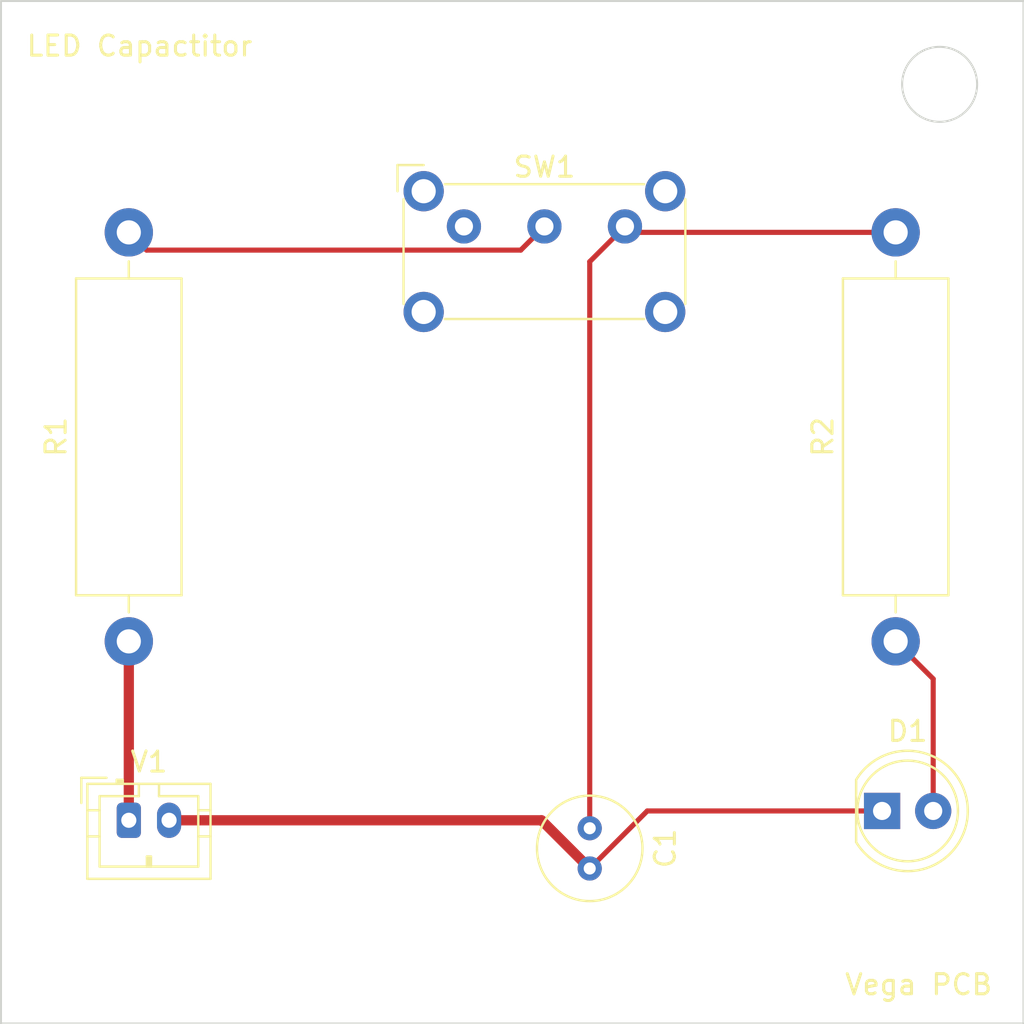
<source format=kicad_pcb>
(kicad_pcb (version 20211014) (generator pcbnew)
  (layers (0 "F.Cu" signal) (31 "B.Cu" signal) (34 "B.Paste" user) (35 "F.Paste" user) (36 "B.SilkS" user "B.Silkscreen") (37 "F.SilkS" user "F.Silkscreen") (38 "B.Mask" user) (39 "F.Mask" user) (44 "Edge.Cuts" user))
  (net 0 "")
  (net 1 "Net-(C1-Pad1)")
  (net 2 "Net-(C1-Pad2)")
  (net 3 "Net-(D1-Pad2)")
  (net 4 "Net-(R1-Pad1)")
  (net 5 "Net-(R1-Pad2)")
  (footprint "Capacitor_THT:C_Radial_D5.0mm_H5.0mm_P2.00mm" (layer "F.Cu") (at 207.05 155.4 -90)
    (fp_text reference "C1" (at 1 -3.75 90) (layer "F.SilkS"))
    (fp_text value "4.7 µF")
    (fp_circle (center 1 0) (end 3.62 0) (layer "F.SilkS") (width 0.12) (fill none))
    (pad "1" thru_hole circle (at 0 0 270) (size 1.2 1.2) (drill 0.6) (layers *.Cu *.Mask) (net 1 "Net-(C1-Pad1)"))
    (pad "2" thru_hole circle (at 2 0 270) (size 1.2 1.2) (drill 0.6) (layers *.Cu *.Mask) (net 2 "Net-(C1-Pad2)"))
  )
  (footprint "Resistor_THT:R_Axial_DIN0516_L15.5mm_D5.0mm_P20.32mm_Horizontal" (layer "F.Cu") (at 184.15 146.115 90)
    (fp_text reference "R1" (at 10.16 -3.62 90) (layer "F.SilkS"))
    (fp_text value "2.2 kΩ")
    (fp_line (start 2.29 2.62) (end 18.03 2.62) (layer "F.SilkS") (width 0.12))
    (fp_line (start 2.29 -2.62) (end 2.29 2.62) (layer "F.SilkS") (width 0.12))
    (fp_line (start 18.88 0) (end 18.03 0) (layer "F.SilkS") (width 0.12))
    (fp_line (start 18.03 -2.62) (end 2.29 -2.62) (layer "F.SilkS") (width 0.12))
    (fp_line (start 1.44 0) (end 2.29 0) (layer "F.SilkS") (width 0.12))
    (fp_line (start 18.03 2.62) (end 18.03 -2.62) (layer "F.SilkS") (width 0.12))
    (pad "1" thru_hole circle (at 0 0 90) (size 2.4 2.4) (drill 1.2) (layers *.Cu *.Mask) (net 4 "Net-(R1-Pad1)"))
    (pad "2" thru_hole oval (at 20.32 0 90) (size 2.4 2.4) (drill 1.2) (layers *.Cu *.Mask) (net 5 "Net-(R1-Pad2)"))
  )
  (footprint "Button_Switch_THT:SW_E-Switch_EG1224_SPDT_Angled" (layer "F.Cu") (at 200.8 125.5)
    (fp_text reference "SW1" (at 4 -2.95) (layer "F.SilkS"))
    (fp_text value "SW_SPDT")
    (fp_line (start 11 -1.35) (end 11 3.85) (layer "F.SilkS") (width 0.12))
    (fp_line (start -3 3.85) (end -3 -1.35) (layer "F.SilkS") (width 0.12))
    (fp_line (start -0.95 -2.1) (end 8.95 -2.1) (layer "F.SilkS") (width 0.12))
    (fp_line (start -3.3 -3.05) (end -2 -3.05) (layer "F.SilkS") (width 0.12))
    (fp_line (start -3.3 -1.75) (end -3.3 -3.05) (layer "F.SilkS") (width 0.12))
    (fp_line (start 8.95 4.6) (end -0.95 4.6) (layer "F.SilkS") (width 0.12))
    (pad "" thru_hole circle (at -2 4.25) (size 2 2) (drill 1.2) (layers *.Cu *.Mask))
    (pad "" thru_hole circle (at 10 -1.75) (size 2 2) (drill 1.2) (layers *.Cu *.Mask))
    (pad "" thru_hole circle (at 10 4.25) (size 2 2) (drill 1.2) (layers *.Cu *.Mask))
    (pad "" thru_hole circle (at -2 -1.75) (size 2 2) (drill 1.2) (layers *.Cu *.Mask))
    (pad "1" thru_hole circle (at 0 0) (size 1.7 1.7) (drill 0.9) (layers *.Cu *.Mask))
    (pad "2" thru_hole circle (at 4 0) (size 1.7 1.7) (drill 0.9) (layers *.Cu *.Mask) (net 5 "Net-(R1-Pad2)"))
    (pad "3" thru_hole circle (at 8 0) (size 1.7 1.7) (drill 0.9) (layers *.Cu *.Mask) (net 1 "Net-(C1-Pad1)"))
  )
  (footprint "Connector_JST:JST_PH_B2B-PH-K_1x02_P2.00mm_Vertical" (layer "F.Cu") (at 184.15 155.005)
    (fp_text reference "V1" (at 1 -2.9) (layer "F.SilkS"))
    (fp_text value "9V")
    (fp_line (start 4.06 0.8) (end 3.45 0.8) (layer "F.SilkS") (width 0.12))
    (fp_line (start 4.06 -0.5) (end 3.45 -0.5) (layer "F.SilkS") (width 0.12))
    (fp_line (start 3.45 -1.2) (end 1.5 -1.2) (layer "F.SilkS") (width 0.12))
    (fp_line (start -2.06 -0.5) (end -1.45 -0.5) (layer "F.SilkS") (width 0.12))
    (fp_line (start -0.3 -1.81) (end -0.3 -2.01) (layer "F.SilkS") (width 0.12))
    (fp_line (start 0.9 1.8) (end 1.1 1.8) (layer "F.SilkS") (width 0.12))
    (fp_line (start -2.06 0.8) (end -1.45 0.8) (layer "F.SilkS") (width 0.12))
    (fp_line (start 0.9 2.3) (end 0.9 1.8) (layer "F.SilkS") (width 0.12))
    (fp_line (start -0.3 -2.01) (end -0.6 -2.01) (layer "F.SilkS") (width 0.12))
    (fp_line (start -2.36 -2.11) (end -2.36 -0.86) (layer "F.SilkS") (width 0.12))
    (fp_line (start -2.06 -1.81) (end -2.06 2.91) (layer "F.SilkS") (width 0.12))
    (fp_line (start 1 2.3) (end 1 1.8) (layer "F.SilkS") (width 0.12))
    (fp_line (start -2.06 2.91) (end 4.06 2.91) (layer "F.SilkS") (width 0.12))
    (fp_line (start -1.45 -1.2) (end -1.45 2.3) (layer "F.SilkS") (width 0.12))
    (fp_line (start 1.1 1.8) (end 1.1 2.3) (layer "F.SilkS") (width 0.12))
    (fp_line (start 3.45 2.3) (end 3.45 -1.2) (layer "F.SilkS") (width 0.12))
    (fp_line (start 1.5 -1.2) (end 1.5 -1.81) (layer "F.SilkS") (width 0.12))
    (fp_line (start 0.5 -1.81) (end 0.5 -1.2) (layer "F.SilkS") (width 0.12))
    (fp_line (start -1.45 2.3) (end 3.45 2.3) (layer "F.SilkS") (width 0.12))
    (fp_line (start 4.06 -1.81) (end -2.06 -1.81) (layer "F.SilkS") (width 0.12))
    (fp_line (start 4.06 2.91) (end 4.06 -1.81) (layer "F.SilkS") (width 0.12))
    (fp_line (start -0.6 -2.01) (end -0.6 -1.81) (layer "F.SilkS") (width 0.12))
    (fp_line (start 0.5 -1.2) (end -1.45 -1.2) (layer "F.SilkS") (width 0.12))
    (fp_line (start -0.3 -1.91) (end -0.6 -1.91) (layer "F.SilkS") (width 0.12))
    (fp_line (start -1.11 -2.11) (end -2.36 -2.11) (layer "F.SilkS") (width 0.12))
    (pad "1" thru_hole roundrect (at 0 0) (size 1.2 1.75) (drill 0.75) (layers *.Cu *.Mask) (roundrect_rratio 0.208333) (net 4 "Net-(R1-Pad1)"))
    (pad "2" thru_hole oval (at 2 0) (size 1.2 1.75) (drill 0.75) (layers *.Cu *.Mask) (net 2 "Net-(C1-Pad2)"))
  )
  (footprint "Resistor_THT:R_Axial_DIN0516_L15.5mm_D5.0mm_P20.32mm_Horizontal" (layer "F.Cu") (at 222.25 146.115 90)
    (fp_text reference "R2" (at 10.16 -3.62 90) (layer "F.SilkS"))
    (fp_text value "20 kΩ")
    (fp_line (start 2.29 2.62) (end 18.03 2.62) (layer "F.SilkS") (width 0.12))
    (fp_line (start 2.29 -2.62) (end 2.29 2.62) (layer "F.SilkS") (width 0.12))
    (fp_line (start 18.03 2.62) (end 18.03 -2.62) (layer "F.SilkS") (width 0.12))
    (fp_line (start 18.03 -2.62) (end 2.29 -2.62) (layer "F.SilkS") (width 0.12))
    (fp_line (start 1.44 0) (end 2.29 0) (layer "F.SilkS") (width 0.12))
    (fp_line (start 18.88 0) (end 18.03 0) (layer "F.SilkS") (width 0.12))
    (pad "1" thru_hole circle (at 0 0 90) (size 2.4 2.4) (drill 1.2) (layers *.Cu *.Mask) (net 3 "Net-(D1-Pad2)"))
    (pad "2" thru_hole oval (at 20.32 0 90) (size 2.4 2.4) (drill 1.2) (layers *.Cu *.Mask) (net 1 "Net-(C1-Pad1)"))
  )
  (footprint "LED_THT:LED_D5.0mm" (layer "F.Cu") (at 221.574984 154.541289)
    (fp_text reference "D1" (at 1.27 -3.96) (layer "F.SilkS"))
    (fp_text value "LED")
    (fp_line (start -1.29 -1.545) (end -1.29 1.545) (layer "F.SilkS") (width 0.12))
    (fp_arc (start 4.26 -0.000462) (mid 2.072002 2.880433) (end -1.29 1.54483) (layer "F.SilkS") (width 0.12))
    (fp_arc (start -1.29 -1.54483) (mid 2.072002 -2.880433) (end 4.26 0.000462) (layer "F.SilkS") (width 0.12))
    (fp_circle (center 1.27 0) (end 3.77 0) (layer "F.SilkS") (width 0.12) (fill none))
    (pad "1" thru_hole rect (at 0 0) (size 1.8 1.8) (drill 0.9) (layers *.Cu *.Mask) (net 2 "Net-(C1-Pad2)"))
    (pad "2" thru_hole circle (at 2.54 0) (size 1.8 1.8) (drill 0.9) (layers *.Cu *.Mask) (net 3 "Net-(D1-Pad2)"))
  )
  (gr_circle (center 224.4344 118.4402) (end 226.1108 119.253) (layer "Edge.Cuts") (width 0.1) (fill none))
  (gr_rect (start 177.8 114.3) (end 228.6 165.1) (layer "Edge.Cuts") (width 0.1) (fill none))
  (gr_text "Vega PCB" (at 223.393 163.1696) (layer "F.SilkS") (effects (font (size 1 1))))
  (gr_text "LED Capactitor" (at 184.6834 116.5352) (layer "F.SilkS") (effects (font (size 1 1))))
  (segment (start 208.8 125.5) (end 207.05 127.25) (width 0.254) (layer "F.Cu") (net 1))
  (segment (start 222.25 125.795) (end 209.095 125.795) (width 0.254) (layer "F.Cu") (net 1))
  (segment (start 207.05 127.25) (end 207.05 155.4) (width 0.254) (layer "F.Cu") (net 1))
  (segment (start 209.095 125.795) (end 208.8 125.5) (width 0.254) (layer "F.Cu") (net 1))
  (segment (start 204.655 155.005) (end 207.05 157.4) (width 0.508) (layer "F.Cu") (net 2))
  (segment (start 209.908711 154.541289) (end 207.05 157.4) (width 0.254) (layer "F.Cu") (net 2))
  (segment (start 221.574984 154.541289) (end 209.908711 154.541289) (width 0.254) (layer "F.Cu") (net 2))
  (segment (start 186.15 155.005) (end 204.655 155.005) (width 0.508) (layer "F.Cu") (net 2))
  (segment (start 224.114984 154.541289) (end 224.114984 147.979984) (width 0.254) (layer "F.Cu") (net 3))
  (segment (start 224.114984 147.979984) (end 222.25 146.115) (width 0.254) (layer "F.Cu") (net 3))
  (segment (start 184.15 155.005) (end 184.15 146.115) (width 0.508) (layer "F.Cu") (net 4))
  (segment (start 185.032 126.677) (end 184.15 125.795) (width 0.254) (layer "F.Cu") (net 5))
  (segment (start 203.623 126.677) (end 185.032 126.677) (width 0.254) (layer "F.Cu") (net 5))
  (segment (start 204.8 125.5) (end 203.623 126.677) (width 0.254) (layer "F.Cu") (net 5))
)
</source>
